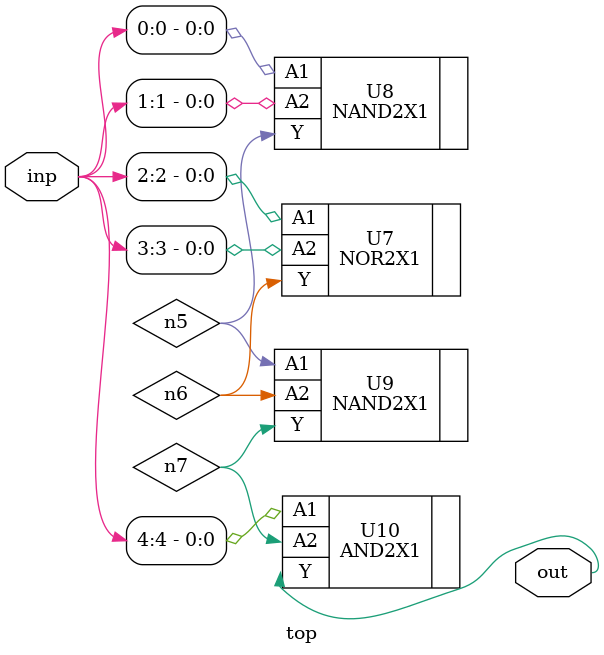
<source format=sv>


module top ( inp, out );
  input [4:0] inp;
  output out;
  wire   n5, n6, n7;

  NOR2X1 U7 ( .A1(inp[2]), .A2(inp[3]), .Y(n6) );
  NAND2X1 U8 ( .A1(inp[0]), .A2(inp[1]), .Y(n5) );
  NAND2X1 U9 ( .A1(n5), .A2(n6), .Y(n7) );
  AND2X1 U10 ( .A1(inp[4]), .A2(n7), .Y(out) );
endmodule


</source>
